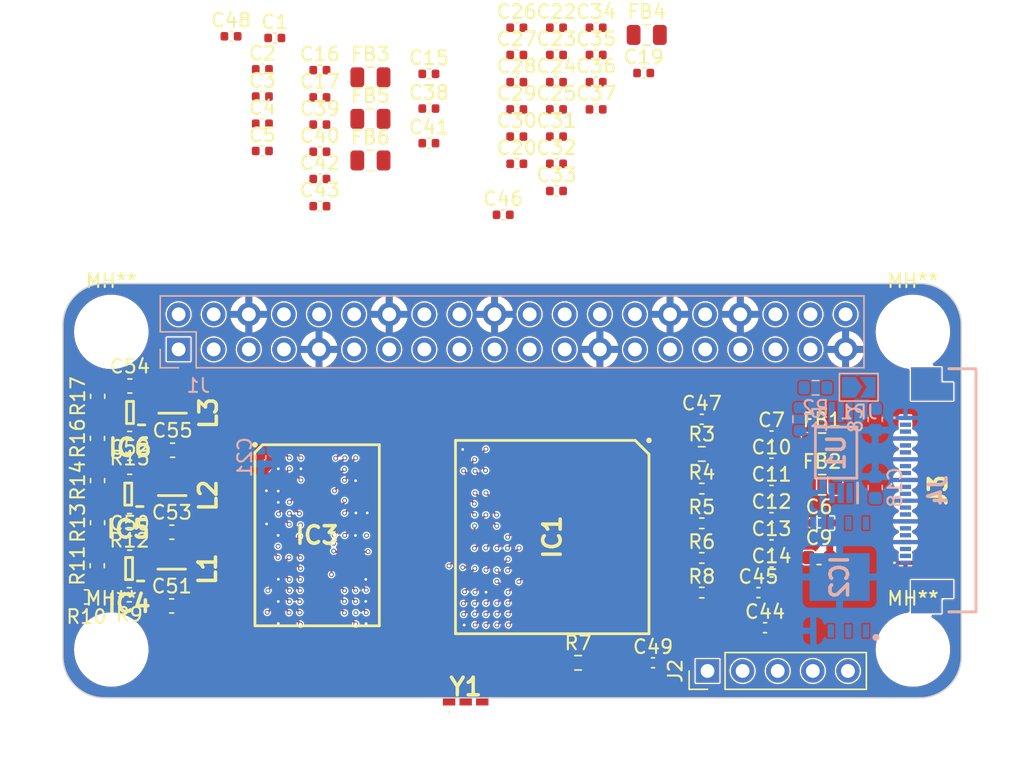
<source format=kicad_pcb>
(kicad_pcb (version 20221018) (generator pcbnew)
  (title_block (date "15 nov 2012"))
  (layers (0 "F.Cu" signal) (1 "In1.Cu" signal) (2 "In2.Cu" signal) (3 "In3.Cu" signal) (4 "In4.Cu" signal) (31 "B.Cu" signal) (34 "B.Paste" user) (35 "F.Paste" user) (36 "B.SilkS" user "B.Silkscreen") (37 "F.SilkS" user "F.Silkscreen") (38 "B.Mask" user) (39 "F.Mask" user) (44 "Edge.Cuts" user))
  (net 0 "")
  (net 1 "GND")
  (net 2 "/GPIO2{slash}SDA1")
  (net 3 "/GPIO3{slash}SCL1")
  (net 4 "/GPIO4{slash}GPCLK0")
  (net 5 "/GPIO14{slash}TXD0")
  (net 6 "/GPIO15{slash}RXD0")
  (net 7 "/GPIO17")
  (net 8 "/GPIO18{slash}PCM.CLK")
  (net 9 "/GPIO27")
  (net 10 "/GPIO22")
  (net 11 "/GPIO23")
  (net 12 "/GPIO26")
  (net 13 "/GPIO24")
  (net 14 "/GPIO10{slash}SPI0.MOSI")
  (net 15 "/GPIO9{slash}SPI0.MISO")
  (net 16 "/GPIO25")
  (net 17 "/GPIO11{slash}SPI0.SCLK")
  (net 18 "/GPIO8{slash}SPI0.CE0")
  (net 19 "/GPIO7{slash}SPI0.CE1")
  (net 20 "/ID_SDA")
  (net 21 "/ID_SCL")
  (net 22 "/GPIO5")
  (net 23 "/GPIO6")
  (net 24 "/GPIO12{slash}PWM0")
  (net 25 "/GPIO13{slash}PWM1")
  (net 26 "/GPIO19{slash}PCM.FS")
  (net 27 "/GPIO16")
  (net 28 "/GPIO20{slash}PCM.DIN")
  (net 29 "/GPIO21{slash}PCM.DOUT")
  (net 30 "+5V")
  (net 31 "+3V3")
  (net 32 "/DQU4")
  (net 33 "/DQU5")
  (net 34 "/DQU6")
  (net 35 "/DQU7")
  (net 36 "/DQL0")
  (net 37 "/DQL1")
  (net 38 "/DQL2")
  (net 39 "/DQL5")
  (net 40 "/DQU2")
  (net 41 "/DQU3")
  (net 42 "/DQL3")
  (net 43 "/DQL4")
  (net 44 "/DQL6")
  (net 45 "/DQL7")
  (net 46 "/DQU0")
  (net 47 "/DQU1")
  (net 48 "/A2")
  (net 49 "/A5")
  (net 50 "/A4")
  (net 51 "/A11")
  (net 52 "/BA2")
  (net 53 "/A6")
  (net 54 "/A8")
  (net 55 "/A1")
  (net 56 "/ODT")
  (net 57 "/A7")
  (net 58 "/RAS#")
  (net 59 "/A9")
  (net 60 "/CS#")
  (net 61 "/A0")
  (net 62 "/BA1")
  (net 63 "/A3")
  (net 64 "/BA0")
  (net 65 "/WE#")
  (net 66 "/A12")
  (net 67 "/A10")
  (net 68 "/CKE")
  (net 69 "/CAS#")
  (net 70 "/CLK_N")
  (net 71 "+1V8")
  (net 72 "Net-(IC4-SW)")
  (net 73 "Net-(IC4-FB)")
  (net 74 "Net-(IC4-PG)")
  (net 75 "+1V0")
  (net 76 "Net-(JP1-A)")
  (net 80 "+1V5")
  (net 81 "Net-(IC5-SW)")
  (net 82 "Net-(IC5-FB)")
  (net 83 "Net-(IC5-PG)")
  (net 84 "/CLK_P")
  (net 85 "/A13")
  (net 86 "/CSI2_D2_P")
  (net 87 "/CSI2_D0_P")
  (net 88 "/CSI2_CK_P")
  (net 89 "/CSI2_D1_P")
  (net 90 "/CSI2_D3_P")
  (net 91 "/CSI1_D3_P")
  (net 92 "/CSI1_D3_N")
  (net 93 "/CSI2_D2_N")
  (net 94 "/CSI2_D0_N")
  (net 95 "/CSI2_CK_N")
  (net 96 "/CSI2_D1_N")
  (net 97 "/CSI2_D3_N")
  (net 98 "/CSI1_D1_P")
  (net 99 "/CSI1_D1_N")
  (net 100 "/CSI1_CK_P")
  (net 101 "/CSI1_CK_N")
  (net 102 "/CSI1_D2_P")
  (net 103 "/CSI1_D2_N")
  (net 104 "/CSI1_D0_N")
  (net 105 "/CSI1_D0_P")
  (net 106 "/CSI1_SCL")
  (net 107 "/CSI1_SDA")
  (net 108 "/CSI2_SCL")
  (net 109 "/CSI2_SDA")
  (net 110 "/VCCADPHY")
  (net 111 "/VCCDPHY")
  (net 112 "/VCCPLLDPHY")
  (net 113 "/JTAG_TMS")
  (net 114 "/JTAG_TDO")
  (net 115 "/JTAG_TDI")
  (net 116 "/JTAG_TCK")
  (net 117 "/VCCDRAM")
  (net 118 "+3.3V")
  (net 125 "/VCCAUXA")
  (net 126 "/VCCAUX")
  (net 127 "Net-(Y1-SUPPLY_VOLTAGE_(VDD))")
  (net 128 "Net-(Y1-COMPLEMENTARY_OUTPUT)")
  (net 129 "Net-(Y1-OUTPUT)")
  (net 131 "/DQSL_N")
  (net 132 "/DQSL_P")
  (net 133 "/DQSU_N")
  (net 134 "/DQSU_P")
  (net 155 "Net-(IC1-JTAG_EN)")
  (net 279 "Net-(IC6-SW)")
  (net 280 "Net-(IC6-FB)")
  (net 281 "Net-(IC6-PG)")
  (net 293 "unconnected-(IC1-PB60A-PadR12)")
  (footprint "Capacitor_SMD:C_0603_1608Metric" (layer "F.Cu") (at 102.482183 90.428479 90)
    (fp_text reference "R11")
    (fp_text value "499k")
  )
  (footprint "Capacitor_SMD:C_0402_1005Metric" (layer "F.Cu") (at 135.71 53.45)
    (fp_text reference "C23")
    (fp_text value "100n")
  )
  (footprint "Capacitor_SMD:C_0603_1608Metric" (layer "F.Cu") (at 104.826296 88.793387)
    (fp_text reference "C50")
    (fp_text value "4u7")
  )
  (footprint "Capacitor_SMD:C_0402_1005Metric" (layer "F.Cu") (at 118.59 62.43)
    (fp_text reference "C42")
    (fp_text value "100n")
  )
  (footprint "Connector_PinHeader_2.54mm:PinHeader_1x05_P2.54mm_Vertical" (layer "F.Cu") (at 146.639706 98.05035 90)
    (fp_text reference "J2")
    (fp_text value "Conn_01x05_Pin")
  )
  (footprint "Capacitor_SMD:C_0603_1608Metric" (layer "F.Cu") (at 104.842558 77.42149)
    (fp_text reference "C54")
    (fp_text value "4u7")
  )
  (footprint "Capacitor_SMD:C_0402_1005Metric" (layer "F.Cu") (at 114.43 58.43)
    (fp_text reference "C4")
    (fp_text value "100n")
  )
  (footprint "Capacitor_SMD:C_0402_1005Metric" (layer "F.Cu") (at 126.48 54.82)
    (fp_text reference "C15")
    (fp_text value "10u")
  )
  (footprint "Capacitor_SMD:C_0402_1005Metric" (layer "F.Cu") (at 114.43 56.46)
    (fp_text reference "C3")
    (fp_text value "100n")
  )
  (footprint "Capacitor_SMD:C_0402_1005Metric" (layer "F.Cu") (at 118.59 54.55)
    (fp_text reference "C16")
    (fp_text value "100n")
  )
  (footprint "Resistor_SMD:R_0603_1608Metric" (layer "F.Cu") (at 137.275 97.46)
    (fp_text reference "R7")
    (fp_text value "100")
  )
  (footprint "Capacitor_SMD:C_0402_1005Metric" (layer "F.Cu") (at 132.84 59.36)
    (fp_text reference "C30")
    (fp_text value "100n")
  )
  (footprint "Resistor_SMD:R_0603_1608Metric" (layer "F.Cu") (at 146.223572 82.34)
    (fp_text reference "R3")
    (fp_text value "1k")
  )
  (footprint "Component:BGA256C80P16X16_1400X1400X170" (layer "F.Cu") (at 135.404057 88.356632 -90)
    (fp_text reference "IC1")
    (fp_text value "LIFCL-40-7BG256C" hide)
  )
  (footprint "Capacitor_SMD:C_0402_1005Metric" (layer "F.Cu") (at 115.33 52.22)
    (fp_text reference "C1")
    (fp_text value "10u")
  )
  (footprint "Capacitor_SMD:C_0603_1608Metric" (layer "F.Cu") (at 104.828086 81.216128 180)
    (fp_text reference "R15")
    (fp_text value "200k")
  )
  (footprint "Capacitor_SMD:C_0402_1005Metric" (layer "F.Cu") (at 135.71 51.48)
    (fp_text reference "C22")
    (fp_text value "100n")
  )
  (footprint "Capacitor_SMD:C_0402_1005Metric" (layer "F.Cu") (at 142.7 97.46)
    (fp_text reference "C49")
    (fp_text value "100n")
  )
  (footprint "Component:MountingHole_2.7mm" (layer "F.Cu") (at 103.5 96.5)
    (fp_text reference "MH**")
    (fp_text value "MountingHole_2.7mm")
  )
  (footprint "Component:DFE2HCAH1R0MJ0L" (layer "F.Cu") (at 107.931881 79.386357 -90)
    (fp_text reference "L3")
    (fp_text value "1u" hide)
  )
  (footprint "Capacitor_SMD:C_0402_1005Metric" (layer "F.Cu") (at 114.43 54.49)
    (fp_text reference "C2")
    (fp_text value "100n")
  )
  (footprint "Capacitor_SMD:C_0603_1608Metric" (layer "F.Cu") (at 107.881584 88.004057)
    (fp_text reference "C53")
    (fp_text value "47u")
  )
  (footprint "Capacitor_SMD:C_0402_1005Metric" (layer "F.Cu") (at 151.27 86.95)
    (fp_text reference "C12")
    (fp_text value "100n")
  )
  (footprint "Capacitor_SMD:C_0402_1005Metric" (layer "F.Cu") (at 138.58 51.48)
    (fp_text reference "C34")
    (fp_text value "100n")
  )
  (footprint "Capacitor_SMD:C_0603_1608Metric" (layer "F.Cu") (at 102.506468 87.320984 90)
    (fp_text reference "R13")
    (fp_text value "100k")
  )
  (footprint "Component:MountingHole_2.7mm" (layer "F.Cu") (at 161.5 96.5)
    (fp_text reference "MH**")
    (fp_text value "MountingHole_2.7mm")
  )
  (footprint "Capacitor_SMD:C_0603_1608Metric" (layer "F.Cu") (at 104.802541 92.534733 180)
    (fp_text reference "R9")
    (fp_text value "150k")
  )
  (footprint "Resistor_SMD:R_0402_1005Metric" (layer "F.Cu") (at 146.223572 89.87)
    (fp_text reference "R6")
    (fp_text value "4k7")
  )
  (footprint "Capacitor_SMD:C_0603_1608Metric" (layer "F.Cu") (at 104.815502 87.166724 180)
    (fp_text reference "R12")
    (fp_text value "68k")
  )
  (footprint "Capacitor_SMD:C_0603_1608Metric" (layer "F.Cu") (at 104.828086 83.303862)
    (fp_text reference "C52")
    (fp_text value "4u7")
  )
  (footprint "Capacitor_SMD:C_0402_1005Metric" (layer "F.Cu") (at 150.32 92.38)
    (fp_text reference "C45")
    (fp_text value "100n")
  )
  (footprint "Capacitor_SMD:C_0402_1005Metric" (layer "F.Cu") (at 154.71 87.33)
    (fp_text reference "C6")
    (fp_text value "10u")
  )
  (footprint "Capacitor_SMD:C_0402_1005Metric" (layer "F.Cu") (at 135.71 59.36)
    (fp_text reference "C31")
    (fp_text value "100n")
  )
  (footprint "Capacitor_SMD:C_0603_1608Metric" (layer "F.Cu") (at 107.932053 82.070743)
    (fp_text reference "C55")
    (fp_text value "22u")
  )
  (footprint "Capacitor_SMD:C_0402_1005Metric" (layer "F.Cu") (at 131.8542 65.0242)
    (fp_text reference "C46")
    (fp_text value "100n")
  )
  (footprint "Capacitor_SMD:C_0402_1005Metric" (layer "F.Cu") (at 146.223572 79.83)
    (fp_text reference "C47")
    (fp_text value "10u")
  )
  (footprint "Capacitor_SMD:C_0402_1005Metric" (layer "F.Cu") (at 135.71 63.3)
    (fp_text reference "C33")
    (fp_text value "100n")
  )
  (footprint "Capacitor_SMD:C_0402_1005Metric" (layer "F.Cu") (at 118.59 64.4)
    (fp_text reference "C43")
    (fp_text value "100n")
  )
  (footprint "Capacitor_SMD:C_0402_1005Metric" (layer "F.Cu") (at 150.8 94.92)
    (fp_text reference "C44")
    (fp_text value "10u")
  )
  (footprint "Resistor_SMD:R_0402_1005Metric" (layer "F.Cu") (at 146.223572 84.85)
    (fp_text reference "R4")
    (fp_text value "4k7")
  )
  (footprint "Resistor_SMD:R_0402_1005Metric" (layer "F.Cu") (at 146.223572 92.38)
    (fp_text reference "R8")
    (fp_text value "2k2")
  )
  (footprint "Component:SOTFL50P160X60-6N" (layer "F.Cu") (at 104.853363 79.333819 180)
    (fp_text reference "IC6")
    (fp_text value "TPS62A01DRLR" hide)
  )
  (footprint "Capacitor_SMD:C_0402_1005Metric" (layer "F.Cu") (at 135.71 55.42)
    (fp_text reference "C24")
    (fp_text value "100n")
  )
  (footprint "Capacitor_SMD:C_0402_1005Metric" (layer "F.Cu") (at 132.84 57.39)
    (fp_text reference "C29")
    (fp_text value "100n")
  )
  (footprint "Resistor_SMD:R_0402_1005Metric" (layer "F.Cu") (at 146.223572 87.36)
    (fp_text reference "R5")
    (fp_text value "4k7")
  )
  (footprint "Capacitor_SMD:C_0402_1005Metric" (layer "F.Cu") (at 138.58 53.45)
    (fp_text reference "C35")
    (fp_text value "100n")
  )
  (footprint "Capacitor_SMD:C_0603_1608Metric" (layer "F.Cu") (at 102.512842 78.168856 90)
    (fp_text reference "R17")
    (fp_text value "499k")
  )
  (footprint "Capacitor_SMD:C_0402_1005Metric" (layer "F.Cu") (at 151.27 83.01)
    (fp_text reference "C10")
    (fp_text value "100n")
  )
  (footprint "Capacitor_SMD:C_0603_1608Metric" (layer "F.Cu") (at 154.71 89.84)
    (fp_text reference "C9")
    (fp_text value "10u")
  )
  (footprint "Capacitor_SMD:C_0402_1005Metric" (layer "F.Cu") (at 142.02 54.76)
    (fp_text reference "C19")
    (fp_text value "10u")
  )
  (footprint "Capacitor_SMD:C_0402_1005Metric" (layer "F.Cu") (at 112.162382 52.1)
    (fp_text reference "C48")
    (fp_text value "100n")
  )
  (footprint "Capacitor_SMD:C_0805_2012Metric" (layer "F.Cu") (at 122.25 61.09)
    (fp_text reference "FB6")
    (fp_text value "FerriteBead_Small")
  )
  (footprint "Capacitor_SMD:C_0805_2012Metric" (layer "F.Cu") (at 154.93 84.57)
    (fp_text reference "FB2")
    (fp_text value "FerriteBead_Small")
  )
  (footprint "Capacitor_SMD:C_0603_1608Metric" (layer "F.Cu") (at 102.497446 81.213322 90)
    (fp_text reference "R16")
    (fp_text value "100k")
  )
  (footprint "Capacitor_SMD:C_0402_1005Metric" (layer "F.Cu") (at 132.84 61.33)
    (fp_text reference "C20")
    (fp_text value "100n")
  )
  (footprint "Capacitor_SMD:C_0805_2012Metric" (layer "F.Cu") (at 142.24 52)
    (fp_text reference "FB4")
    (fp_text value "FerriteBead_Small")
  )
  (footprint "Component:MountingHole_2.7mm" (layer "F.Cu") (at 103.5 73.5)
    (fp_text reference "MH**")
    (fp_text value "MountingHole_2.7mm")
  )
  (footprint "Capacitor_SMD:C_0402_1005Metric" (layer "F.Cu") (at 132.84 55.42)
    (fp_text reference "C28")
    (fp_text value "100n")
  )
  (footprint "Capacitor_SMD:C_0402_1005Metric" (layer "F.Cu") (at 151.27 84.98)
    (fp_text reference "C11")
    (fp_text value "100n")
  )
  (footprint "Capacitor_SMD:C_0603_1608Metric" (layer "F.Cu") (at 102.506468 84.266463 90)
    (fp_text reference "R14")
    (fp_text value "499k")
  )
  (footprint "Component:DFE2HCAH1R0MJ0L" (layer "F.Cu") (at 107.869966 90.678926 -90)
    (fp_text reference "L1")
    (fp_text value "1u" hide)
  )
  (footprint "Component:AK3ADDF11562500T3" (layer "F.Cu") (at 129.14 99.2)
    (fp_text reference "Y1")
    (fp_text value "AK3ADDF1-156.2500T3" hide)
  )
  (footprint "Capacitor_SMD:C_0402_1005Metric" (layer "F.Cu") (at 151.27 90.89)
    (fp_text reference "C14")
    (fp_text value "100n")
  )
  (footprint "Capacitor_SMD:C_0402_1005Metric" (layer "F.Cu") (at 135.71 61.33)
    (fp_text reference "C32")
    (fp_text value "100n")
  )
  (footprint "Capacitor_SMD:C_0402_1005Metric" (layer "F.Cu") (at 138.58 57.39)
    (fp_text reference "C37")
    (fp_text value "100n")
  )
  (footprint "Capacitor_SMD:C_0805_2012Metric" (layer "F.Cu") (at 154.93 81.56)
    (fp_text reference "FB1")
    (fp_text value "FerriteBead_Small")
  )
  (footprint "Capacitor_SMD:C_0402_1005Metric" (layer "F.Cu") (at 118.59 58.49)
    (fp_text reference "C39")
    (fp_text value "100n")
  )
  (footprint "Component:MountingHole_2.7mm" (layer "F.Cu") (at 161.5 73.5)
    (fp_text reference "MH**")
    (fp_text value "MountingHole_2.7mm")
  )
  (footprint "Capacitor_SMD:C_0402_1005Metric" (layer "F.Cu") (at 151.27 88.92)
    (fp_text reference "C13")
    (fp_text value "100n")
  )
  (footprint "Capacitor_SMD:C_0402_1005Metric" (layer "F.Cu") (at 132.84 51.48)
    (fp_text reference "C26")
    (fp_text value "100n")
  )
  (footprint "Capacitor_SMD:C_0402_1005Metric" (layer "F.Cu") (at 126.48 59.84)
    (fp_text reference "C41")
    (fp_text value "2u2")
  )
  (footprint "Capacitor_SMD:C_0402_1005Metric" (layer "F.Cu") (at 118.59 56.52)
    (fp_text reference "C17")
    (fp_text value "100n")
  )
  (footprint "Component:SOTFL50P160X60-6N" (layer "F.Cu") (at 104.726047 85.244463 180)
    (fp_text reference "IC5")
    (fp_text value "TPS62A01DRLR" hide)
  )
  (footprint "Capacitor_SMD:C_0402_1005Metric" (layer "F.Cu") (at 151.27 81.04)
    (fp_text reference "C7")
    (fp_text value "100n")
  )
  (footprint "Capacitor_SMD:C_0402_1005Metric" (layer "F.Cu") (at 138.58 55.42)
    (fp_text reference "C36")
    (fp_text value "100n")
  )
  (footprint "Capacitor_SMD:C_0603_1608Metric" (layer "F.Cu") (at 107.869966 93.344024)
    (fp_text reference "C51")
    (fp_text value "22u")
  )
  (footprint "Component:SOTFL50P160X60-6N" (layer "F.Cu") (at 104.784074 90.635521 180)
    (fp_text reference "IC4")
    (fp_text value "TPS62A01DRLR" hide)
  )
  (footprint "Capacitor_SMD:C_0805_2012Metric" (layer "F.Cu") (at 122.25 55.07)
    (fp_text reference "FB3")
    (fp_text value "FerriteBead_Small")
  )
  (footprint "Capacitor_SMD:C_0402_1005Metric" (layer "F.Cu") (at 135.71 57.39)
    (fp_text reference "C25")
    (fp_text value "100n")
  )
  (footprint "Capacitor_SMD:C_0402_1005Metric" (layer "F.Cu") (at 132.84 53.45)
    (fp_text reference "C27")
    (fp_text value "100n")
  )
  (footprint "Capacitor_SMD:C_0402_1005Metric" (layer "F.Cu") (at 114.43 60.4)
    (fp_text reference "C5")
    (fp_text value "100n")
  )
  (footprint "Capacitor_SMD:C_0402_1005Metric" (layer "F.Cu") (at 126.48 57.33)
    (fp_text reference "C38")
    (fp_text value "10u")
  )
  (footprint "Capacitor_SMD:C_0402_1005Metric" (layer "F.Cu") (at 118.59 60.46)
    (fp_text reference "C40")
    (fp_text value "100n")
  )
  (footprint "Component:524352271" (layer "F.Cu") (at 163.51 84.97 90)
    (fp_text reference "J3")
    (fp_text value "52435-2271" hide)
  )
  (footprint "Component:BGA96C80P9X16_900X1300X120" (layer "F.Cu") (at 118.392592 88.227478)
    (fp_text reference "IC3")
    (fp_text value "IS46TR16128D-125KBLA2" hide)
  )
  (footprint "Capacitor_SMD:C_0805_2012Metric" (layer "F.Cu") (at 122.25 58.08)
    (fp_text reference "FB5")
    (fp_text value "FerriteBead_Small")
  )
  (footprint "Component:DFE2HCAH1R0MJ0L" (layer "F.Cu") (at 107.907497 85.353072 -90)
    (fp_text reference "L2")
    (fp_text value "1u" hide)
  )
  (footprint "Capacitor_SMD:C_0603_1608Metric" (layer "F.Cu") (at 101.700539 92.692678 180)
    (fp_text reference "R10")
    (fp_text value "100k")
  )
  (footprint "Connector_PinSocket_2.54mm:PinSocket_2x20_P2.54mm_Vertical" (layer "B.Cu") (at 108.37 74.77 -90)
    (fp_text reference "J1")
    (fp_text value "GPIO")
  )
  (footprint "Capacitor_SMD:C_0603_1608Metric" (layer "B.Cu") (at 158.773152 84.76 90)
    (fp_text reference "C18")
    (fp_text value "100n")
  )
  (footprint "Jumper:SolderJumper-2_P1.3mm_Open_TrianglePad1.0x1.5mm" (layer "B.Cu") (at 157.579845 77.512561)
    (fp_text reference "JP1")
    (fp_text value "ID_WP")
  )
  (footprint "Capacitor_SMD:C_0603_1608Metric" (layer "B.Cu") (at 158.773152 79.841797 -90)
    (fp_text reference "C8")
    (fp_text value "100n")
  )
  (footprint "Component:SOP65P640X120-8N" (layer "B.Cu") (at 155.944494 82.243068 90)
    (fp_text reference "U1")
    (fp_text value "CAT24C256" hide)
  )
  (footprint "Component:524352271" (layer "B.Cu") (at 163.5154 84.976 -90)
    (fp_text reference "J4")
    (fp_text value "52435-2271" hide)
  )
  (footprint "Component:SON127P800X600X80-9N-D" (layer "B.Cu") (at 156.194062 91.248173 90)
    (fp_text reference "IC2")
    (fp_text value "W25R256JVEIQ" hide)
  )
  (footprint "Resistor_SMD:R_0603_1608Metric" (layer "B.Cu") (at 153.34 79.821941 90)
    (fp_text reference "R1")
    (fp_text value "3.9k")
  )
  (footprint "Resistor_SMD:R_0603_1608Metric" (layer "B.Cu") (at 154.45656 77.549204)
    (fp_text reference "R2")
    (fp_text value "3.9k")
  )
  (footprint "Capacitor_SMD:C_0402_1005Metric" (layer "B.Cu") (at 114.321656 82.576203 -90)
    (fp_text reference "C21")
    (fp_text value "100n")
  )
  (gr_arc (start 162 70) (mid 164.12132 70.87868) (end 165 73) (stroke (width 0.1)) (layer "Edge.Cuts"))
  (gr_line (start 165 97) (end 165 73) (stroke (width 0.1)) (layer "Edge.Cuts"))
  (gr_line (start 100 73) (end 100 97) (stroke (width 0.1)) (layer "Edge.Cuts"))
  (gr_arc (start 103 100) (mid 100.87868 99.12132) (end 100 97) (stroke (width 0.1)) (layer "Edge.Cuts"))
  (gr_line (start 103 100) (end 162 100) (stroke (width 0.1)) (layer "Edge.Cuts"))
  (gr_arc (start 165 97) (mid 164.12132 99.12132) (end 162 100) (stroke (width 0.1)) (layer "Edge.Cuts"))
  (gr_arc (start 100 73) (mid 100.87868 70.87868) (end 103 70) (stroke (width 0.1)) (layer "Edge.Cuts"))
  (gr_line (start 162 70) (end 103 70) (stroke (width 0.1)) (layer "Edge.Cuts"))
  (segment (start 120.792592 88.617845) (end 121.166927 88.24351) (width 0.15) (layer "F.Cu") (net 1))
  (segment (start 115.584384 91.413307) (end 115.578421 91.413307) (width 0.15) (layer "F.Cu") (net 1))
  (segment (start 115.192592 84.627478) (end 115.097889 84.627478) (width 0.15) (layer "F.Cu") (net 1))
  (segment (start 114.737371 87.407865) (end 114.812205 87.407865) (width 0.15) (layer "F.Cu") (net 1))
  (segment (start 115.578342 93.020434) (end 115.578342 93.013228) (width 0.15) (layer "F.Cu") (net 1))
  (segment (start 121.196904 86.611902) (end 121.196904 86.63179) (width 0.15) (layer "F.Cu") (net 1))
  (segment (start 121.196904 86.623166) (end 120.792592 87.027478) (width 0.15) (layer "F.Cu") (net 1))
  (segment (start 121.196904 86.63179) (end 121.592592 87.027478) (width 0.15) (layer "F.Cu") (net 1))
  (segment (start 121.931931 94.566817) (end 121.592592 94.227478) (width 0.15) (layer "F.Cu") (net 1))
  (segment (start 121.910181 93.013198) (end 121.910181 92.945067) (width 0.15) (layer "F.Cu") (net 1))
  (segment (start 121.931931 94.622741) (end 121.931931 94.566817) (width 0.15) (layer "F.Cu") (net 1))
  (segment (start 121.910181 91.418154) (end 121.910181 91.345067) (width 0.15) (layer "F.Cu") (net 1))
  (segment (start 115.576812 85.02945) (end 115.594564 85.02945) (width 0.15) (layer "F.Cu") (net 1))
  (segment (start 130.6125 92.348189) (end 131.004057 91.956632) (width 0.15) (layer "F.Cu") (net 1))
  (segment (start 115.602057 88.236943) (end 115.992592 88.627478) (width 0.15) (layer "F.Cu") (net 1))
  (segment (start 120.792592 88.627478) (end 120.792592 88.617845) (width 0.15) (layer "F.Cu") (net 1))
  (segment (start 115.097889 84.627478) (end 114.721826 85.003541) (width 0.15) (layer "F.Cu") (net 1))
  (segment (start 121.910181 91.345067) (end 121.592592 91.027478) (width 0.15) (layer "F.Cu") (net 1))
  (segment (start 128.924529 82.01273) (end 129.060155 82.01273) (width 0.15) (layer "F.Cu") (net 1))
  (segment (start 115.192592 85.41367) (end 115.576812 85.02945) (width 0.15) (layer "F.Cu") (net 1))
  (segment (start 129.0322 94.728489) (end 129.404057 94.356632) (width 0.15) (layer "F.Cu") (net 1))
  (segment (start 115.577576 85.842494) (end 115.992592 85.427478) (width 0.15) (layer "F.Cu") (net 1))
  (segment (start 122.019264 86.607706) (end 121.639036 86.227478) (width 0.15) (layer "F.Cu") (net 1))
  (segment (start 115.192592 85.427478) (end 115.192592 85.41367) (width 0.15) (layer "F.Cu") (net 1))
  (segment (start 129.060155 82.01273) (end 129.404057 82.356632) (width 0.15) (layer "F.Cu") (net 1))
  (segment (start 115.584384 94.61927) (end 115.192592 94.227478) (width 0.15) (layer "F.Cu") (net 1))
  (segment (start 121.639036 86.227478) (end 121.592592 86.227478) (width 0.15) (layer "F.Cu") (net 1))
  (segment (start 115.578421 91.413307) (end 115.192592 91.027478) (width 0.15) (layer "F.Cu") (net 1))
  (segment (start 115.578342 93.013228) (end 115.192592 92.627478) (width 0.15) (layer "F.Cu") (net 1))
  (segment (start 121.196904 86.611902) (end 121.196904 86.623166) (width 0.15) (layer "F.Cu") (net 1))
  (segment (start 115.57163 88.236943) (end 115.602057 88.236943) (width 0.15) (layer "F.Cu") (net 1))
  (segment (start 115.577335 85.842494) (end 115.577576 85.842494) (width 0.15) (layer "F.Cu") (net 1))
  (segment (start 121.910181 92.945067) (end 121.592592 92.627478) (width 0.15) (layer "F.Cu") (net 1))
  (segment (start 114.812205 87.407865) (end 115.192592 87.027478) (width 0.15) (layer "F.Cu") (net 1))
  (segment (start 115.577863 83.412749) (end 115.192592 83.027478) (width 0.15) (layer "F.Cu") (net 1))
  (segment (start 115.581994 83.412749) (end 115.577863 83.412749) (width 0.15) (layer "F.Cu") (net 1))
  (via (at 121.179163 84.273793) (size 0.35) (drill 0.2) (layers "F.Cu" "B.Cu") (net 1))
  (via (at 114.721826 85.003541) (size 0.35) (drill 0.2) (layers "F.Cu" "B.Cu") (net 1))
  (via (at 114.737371 87.407865) (size 0.35) (drill 0.2) (layers "F.Cu" "B.Cu") (net 1))
  (via (at 121.166927 88.24351) (size 0.35) (drill 0.2) (layers "F.Cu" "B.Cu") (net 1))
  (via (at 129.0322 94.728489) (size 0.35) (drill 0.2) (layers "F.Cu" "B.Cu") (net 1))
  (via (at 121.910181 93.013198) (size 0.35) (drill 0.2) (layers "F.Cu" "B.Cu") (net 1))
  (via (at 115.584384 91.413307) (size 0.35) (drill 0.2) (layers "F.Cu" "B.Cu") (net 1))
  (via (at 122.019264 86.607706) (size 0.35) (drill 0.2) (layers "F.Cu" "B.Cu") (net 1))
  (via (at 115.577335 85.842494) (size 0.35) (drill 0.2) (layers "F.Cu" "B.Cu") (net 1))
  (via (at 115.57163 88.236943) (size 0.35) (drill 0.2) (layers "F.Cu" "B.Cu") (net 1))
  (via (at 128.924529 82.01273) (size 0.35) (drill 0.2) (layers "F.Cu" "B.Cu") (net 1))
  (via (at 130.6125 92.348189) (size 0.35) (drill 0.2) (layers "F.Cu" "B.Cu") (net 1))
  (via (at 117.2212 83.4138) (size 0.35) (drill 0.2) (layers "F.Cu" "B.Cu") (net 1))
  (via (at 115.581994 83.412749) (size 0.35) (drill 0.2) (layers "F.Cu" "B.Cu") (net 1))
  (via (at 121.931931 94.622741) (size 0.35) (drill 0.2) (layers "F.Cu" "B.Cu") (net 1))
  (via (at 121.910181 91.418154) (size 0.35) (drill 0.2) (layers "F.Cu" "B.Cu") (net 1))
  (via (at 115.576812 85.02945) (size 0.35) (drill 0.2) (layers "F.Cu" "B.Cu") (net 1))
  (via (at 121.196904 86.611902) (size 0.35) (drill 0.2) (layers "F.Cu" "B.Cu") (net 1))
  (via (at 115.578342 93.020434) (size 0.35) (drill 0.2) (layers "F.Cu" "B.Cu") (net 1))
  (via (at 115.584384 94.61927) (size 0.35) (drill 0.2) (layers "F.Cu" "B.Cu") (net 1))
  (segment (start 129.8196 83.5916) (end 129.839025 83.5916) (width 0.15) (layer "F.Cu") (net 32))
  (segment (start 119.992592 82.388829) (end 119.733291 82.64813) (width 0.15) (layer "F.Cu") (net 32))
  (segment (start 129.839025 83.5916) (end 130.204057 83.956632) (width 0.15) (layer "F.Cu") (net 32))
  (segment (start 119.992592 82.227478) (end 119.992592 82.388829) (width 0.15) (layer "F.Cu") (net 32))
  (via (at 129.8196 83.5916) (size 0.35) (drill 0.2) (layers "F.Cu" "B.Cu") (net 32))
  (via (at 119.733291 82.64813) (size 0.35) (drill 0.2) (layers "F.Cu" "B.Cu") (net 32))
  (segment (start 115.992592 82.235992) (end 116.383 82.6264) (width 0.15) (layer "F.Cu") (net 33))
  (segment (start 115.992592 82.227478) (end 115.992592 82.235992) (width 0.15) (layer "F.Cu") (net 33))
  (segment (start 130.5816 83.534175) (end 130.204057 83.156632) (width 0.15) (layer "F.Cu") (net 33))
  (segment (start 130.5816 83.5408) (end 130.5816 83.534175) (width 0.15) (layer "F.Cu") (net 33))
  (via (at 116.383 82.6264) (size 0.35) (drill 0.2) (layers "F.Cu" "B.Cu") (net 33))
  (via (at 130.5816 83.5408) (size 0.35) (drill 0.2) (layers "F.Cu" "B.Cu") (net 33))
  (segment (start 130.599387 86.755296) (end 130.599387 86.761302) (width 0.15) (layer "F.Cu") (net 34))
  (segment (start 120.792592 83.027478) (end 120.792592 83.017408) (width 0.15) (layer "F.Cu") (net 34))
  (segment (start 120.792592 83.017408) (end 121.1836 82.6264) (width 0.15) (layer "F.Cu") (net 34))
  (segment (start 130.599387 86.761302) (end 130.204057 87.156632) (width 0.15) (layer "F.Cu") (net 34))
  (via (at 121.1836 82.6264) (size 0.35) (drill 0.2) (layers "F.Cu" "B.Cu") (net 34))
  (via (at 130.599387 86.755296) (size 0.35) (drill 0.2) (layers "F.Cu" "B.Cu") (net 34))
  (segment (start 116.822278 82.227478) (end 117.2212 82.6264) (width 0.15) (layer "F.Cu") (net 35))
  (segment (start 116.792592 82.227478) (end 116.822278 82.227478) (width 0.15) (layer "F.Cu") (net 35))
  (segment (start 129.404057 83.156632) (end 129.404057 83.143543) (width 0.15) (layer "F.Cu") (net 35))
  (segment (start 129.404057 83.143543) (end 129.7942 82.7534) (width 0.15) (layer "F.Cu") (net 35))
  (via (at 117.2212 82.6264) (size 0.35) (drill 0.2) (layers "F.Cu" "B.Cu") (net 35))
  (via (at 129.7942 82.7534) (size 0.35) (drill 0.2) (layers "F.Cu" "B.Cu") (net 35))
  (segment (start 129.77673 87.546506) (end 129.784057 87.553833) (width 0.15) (layer "F.Cu") (net 36))
  (segment (start 116.387947 85.829821) (end 116.390249 85.829821) (width 0.15) (layer "F.Cu") (net 36))
  (segment (start 129.784057 87.553833) (end 129.784057 88.376632) (width 0.15) (layer "F.Cu") (net 36))
  (segment (start 129.784057 88.376632) (end 129.404057 88.756632) (width 0.15) (layer "F.Cu") (net 36))
  (segment (start 116.390249 85.829821) (end 116.792592 85.427478) (width 0.15) (layer "F.Cu") (net 36))
  (via (at 116.387947 85.829821) (size 0.35) (drill 0.2) (layers "F.Cu" "B.Cu") (net 36))
  (via (at 129.77673 87.546506) (size 0.35) (drill 0.2) (layers "F.Cu" "B.Cu") (net 36))
  (segment (start 131.004057 86.383298) (end 131.377864 86.757105) (width 0.15) (layer "F.Cu") (net 37))
  (segment (start 120.382678 85.709142) (end 120.382678 85.837392) (width 0.15) (layer "F.Cu") (net 37))
  (segment (start 120.382678 85.837392) (end 119.992592 86.227478) (width 0.15) (layer "F.Cu") (net 37))
  (segment (start 131.004057 86.356632) (end 131.004057 86.383298) (width 0.15) (layer "F.Cu") (net 37))
  (via (at 120.382678 85.709142) (size 0.35) (drill 0.2) (layers "F.Cu" "B.Cu") (net 37))
  (via (at 131.377864 86.757105) (size 0.35) (drill 0.2) (layers "F.Cu" "B.Cu") (net 37))
  (segment (start 115.597474 86.690782) (end 115.597474 86.622596) (width 0.15) (layer "F.Cu") (net 38))
  (segment (start 128.841289 90.1194) (end 129.404057 89.556632) (width 0.15) (layer "F.Cu") (net 38))
  (segment (start 128.2641 90.1194) (end 128.841289 90.1194) (width 0.15) (layer "F.Cu") (net 38))
  (segment (start 115.597474 86.622596) (end 115.992592 86.227478) (width 0.15) (layer "F.Cu") (net 38))
  (segment (start 127.94 90.4435) (end 128.2641 90.1194) (width 0.15) (layer "F.Cu") (net 38))
  (via (at 115.597474 86.690782) (size 0.35) (drill 0.2) (layers "F.Cu" "B.Cu") (net 38))
  (via (at 127.94 90.4435) (size 0.35) (drill 0.2) (layers "F.Cu" "B.Cu") (net 38))
  (segment (start 129.770224 89.168685) (end 129.792004 89.168685) (width 0.15) (layer "F.Cu") (net 39))
  (segment (start 120.387789 88.232281) (end 120.792592 87.827478) (width 0.15) (layer "F.Cu") (net 39))
  (segment (start 129.792004 89.168685) (end 130.204057 88.756632) (width 0.15) (layer "F.Cu") (net 39))
  (segment (start 120.387789 88.234758) (end 120.387789 88.232281) (width 0.15) (layer "F.Cu") (net 39))
  (via (at 129.770224 89.168685) (size 0.35) (drill 0.2) (layers "F.Cu" "B.Cu") (net 39))
  (via (at 120.387789 88.234758) (size 0.35) (drill 0.2) (layers "F.Cu" "B.Cu") (net 39))
  (segment (start 120.368725 84.237681) (end 120.382389 84.237681) (width 0.15) (layer "F.Cu") (net 40))
  (segment (start 129.7688 85.9538) (end 129.7688 85.921375) (width 0.15) (layer "F.Cu") (net 40))
  (segment (start 120.382389 84.237681) (end 120.792592 83.827478) (width 0.15) (layer "F.Cu") (net 40))
  (segment (start 129.7688 85.921375) (end 129.404057 85.556632) (width 0.15) (layer "F.Cu") (net 40))
  (via (at 120.368725 84.237681) (size 0.35) (drill 0.2) (layers "F.Cu" "B.Cu") (net 40))
  (via (at 129.7688 85.9538) (size 0.35) (drill 0.2) (layers "F.Cu" "B.Cu") (net 40))
  (segment (start 130.607 81.986821) (end 130.237189 82.356632) (width 0.15) (layer "F.Cu") (net 41))
  (segment (start 116.383 83.43707) (end 115.992592 83.827478) (width 0.15) (layer "F.Cu") (net 41))
  (segment (start 116.383 83.4138) (end 116.383 83.43707) (width 0.15) (layer "F.Cu") (net 41))
  (segment (start 130.237189 82.356632) (end 130.204057 82.356632) (width 0.15) (layer "F.Cu") (net 41))
  (via (at 130.607 81.986821) (size 0.35) (drill 0.2) (layers "F.Cu" "B.Cu") (net 41))
  (via (at 116.383 83.4138) (size 0.35) (drill 0.2) (layers "F.Cu" "B.Cu") (net 41))
  (segment (start 131.004057 87.17676) (end 131.388304 87.561007) (width 0.15) (layer "F.Cu") (net 42))
  (segment (start 120.792592 86.227478) (end 120.769004 86.227478) (width 0.15) (layer "F.Cu") (net 42))
  (segment (start 131.004057 87.156632) (end 131.004057 87.17676) (width 0.15) (layer "F.Cu") (net 42))
  (segment (start 120.769004 86.227478) (end 120.378001 86.618481) (width 0.15) (layer "F.Cu") (net 42))
  (via (at 131.388304 87.561007) (size 0.35) (drill 0.2) (layers "F.Cu" "B.Cu") (net 42))
  (via (at 120.378001 86.618481) (size 0.35) (drill 0.2) (layers "F.Cu" "B.Cu") (net 42))
  (segment (start 131.804057 88.764665) (end 131.397166 89.171556) (width 0.15) (layer "F.Cu") (net 43))
  (segment (start 116.792592 87.827478) (end 116.844698 87.827478) (width 0.15) (layer "F.Cu") (net 43))
  (segment (start 116.844698 87.827478) (end 117.195956 87.47622) (width 0.15) (layer "F.Cu") (net 43))
  (segment (start 131.804057 88.756632) (end 131.804057 88.764665) (width 0.15) (layer "F.Cu") (net 43))
  (via (at 117.195956 87.47622) (size 0.35) (drill 0.2) (layers "F.Cu" "B.Cu") (net 43))
  (via (at 131.397166 89.171556) (size 0.35) (drill 0.2) (layers "F.Cu" "B.Cu") (net 43))
  (segment (start 115.992592 87.027478) (end 115.992592 87.050655) (width 0.15) (layer "F.Cu") (net 44))
  (segment (start 133.005485 89.151231) (end 133.005485 89.155204) (width 0.15) (layer "F.Cu") (net 44))
  (segment (start 115.992592 87.050655) (end 116.372843 87.430906) (width 0.15) (layer "F.Cu") (net 44))
  (segment (start 133.005485 89.155204) (end 132.604057 89.556632) (width 0.15) (layer "F.Cu") (net 44))
  (via (at 133.005485 89.151231) (size 0.35) (drill 0.2) (layers "F.Cu" "B.Cu") (net 44))
  (via (at 116.372843 87.430906) (size 0.35) (drill 0.2) (layers "F.Cu" "B.Cu") (net 44))
  (segment (start 130.6155 89.145189) (end 131.004057 88.756632) (width 0.15) (layer "F.Cu") (net 45))
  (segment (start 119.63256 88.211816) (end 119.63256 88.18751) (width 0.15) (layer "F.Cu") (net 45))
  (segment (start 130.595801 89.145189) (end 130.6155 89.145189) (width 0.15) (layer "F.Cu") (net 45))
  (segment (start 119.63256 88.18751) (end 119.992592 87.827478) (width 0.15) (layer "F.Cu") (net 45))
  (via (at 119.63256 88.211816) (size 0.35) (drill 0.2) (layers "F.Cu" "B.Cu") (net 45))
  (via (at 130.595801 89.145189) (size 0.35) (drill 0.2) (layers "F.Cu" "B.Cu") (net 45))
  (segment (start 119.647428 85.014941) (end 119.647428 84.972642) (width 0.15) (layer "F.Cu") (net 46))
  (segment (start 129.7942 86.7412) (end 129.788625 86.7412) (width 0.15) (layer "F.Cu") (net 46))
  (segment (start 129.788625 86.7412) (end 129.404057 86.356632) (width 0.15) (layer "F.Cu") (net 46))
  (segment (start 119.647428 84.972642) (end 119.992592 84.627478) (width 0.15) (layer "F.Cu") (net 46))
  (via (at 129.7942 86.7412) (size 0.35) (drill 0.2) (layers "F.Cu" "B.Cu") (net 46))
  (via (at 119.647428 85.014941) (size 0.35) (drill 0.2) (layers "F.Cu" "B.Cu") (net 46))
  (segment (start 116.822078 83.827478) (end 117.2212 84.2266) (width 0.15) (layer "F.Cu") (net 47))
  (segment (start 129.013625 83.5662) (end 129.404057 83.956632) (width 0.15) (layer "F.Cu") (net 47))
  (segment (start 116.792592 83.827478) (end 116.822078 83.827478) (width 0.15) (layer "F.Cu") (net 47))
  (segment (start 128.9814 83.5662) (end 129.013625 83.5662) (width 0.15) (layer "F.Cu") (net 47))
  (via (at 128.9814 83.5662) (size 0.35) (drill 0.2) (layers "F.Cu" "B.Cu") (net 47))
  (via (at 117.2212 84.2266) (size 0.35) (drill 0.2) (layers "F.Cu" "B.Cu") (net 47))
  (segment (start 131.405689 93.940689) (end 131.42 93.940689) (width 0.15) (layer "F.Cu") (net 48))
  (segment (start 116.792592 92.627478) (end 116.792592 92.683127) (width 0.15) (layer "F.Cu") (net 48))
  (segment (start 131.42 93.940689) (end 131.804057 93.556632) (width 0.15) (layer "F.Cu") (net 48))
  (segment (start 116.792592 92.683127) (end 117.141982 93.032517) (width 0.15) (layer "F.Cu") (net 48))
  (via (at 117.141982 93.032517) (size 0.35) (drill 0.2) (layers "F.Cu" "B.Cu") (net 48))
  (via (at 131.405689 93.940689) (size 0.35) (drill 0.2) (layers "F.Cu" "B.Cu") (net 48))
  (segment (start 130.605889 93.9548) (end 131.004057 93.556632) (width 0.15) (layer "F.Cu") (net 49))
  (segment (start 116.387962 93.032517) (end 116.387962 93.022848) (width 0.15) (layer "F.Cu") (net 49))
  (segment (start 116.387962 93.022848) (end 115.992592 92.627478) (width 0.15) (layer "F.Cu") (net 49))
  (via (at 116.387962 93.032517) (size 0.35) (drill 0.2) (layers "F.Cu" "B.Cu") (net 49))
  (via (at 130.605889 93.9548) (size 0.35) (drill 0.2) (layers "F.Cu" "B.Cu") (net 49))
  (segment (start 121.183981 93.018867) (end 120.792592 92.627478) (width 0.15) (layer "F.Cu") (net 50))
  (segment (start 128.978396 93.165403) (end 128.995286 93.165403) (width 0.15) (layer "F.Cu") (net 50))
  (segment (start 128.995286 93.165403) (end 129.404057 92.756632) (width 0.15) (layer "F.Cu") (net 50))
  (via (at 121.183981 93.018867) (size 0.35) (drill 0.2) (layers "F.Cu" "B.Cu") (net 50))
  (via (at 128.978396 93.165403) (size 0.35) (drill 0.2) (layers "F.Cu" "B.Cu") (net 50))
  (segment (start 128.99048 93.956883) (end 129.003806 93.956883) (width 0.15) (layer "F.Cu") (net 51))
  (segment (start 120.368334 93.80322) (end 119.992592 93.427478) (width 0.15) (layer "F.Cu") (net 51))
  (segment (start 129.003806 93.956883) (end 129.404057 93.556632) (width 0.15) (layer "F.Cu") (net 51))
  (segment (start 120.368334 93.848164) (end 120.368334 93.80322) (width 0.15) (layer "F.Cu") (net 51))
  (via (at 120.368334 93.848164) (size 0.35) (drill 0.2) (layers "F.Cu" "B.Cu") (net 51))
  (via (at 128.99048 93.956883) (size 0.35) (drill 0.2) (layers "F.Cu" "B.Cu") (net 51))
  (segment (start 129.8196 92.341089) (end 130.204057 91.956632) (width 0.15) (layer "F.Cu") (net 52))
  (segment (start 117.178233 91.413119) (end 116.792592 91.027478) (width 0.15) (layer "F.Cu") (net 52))
  (segment (start 117.178233 91.430224) (end 117.178233 91.413119) (width 0.15) (layer "F.Cu") (net 52))
  (segment (start 129.8196 92.3546) (end 129.8196 92.341089) (width 0.15) (layer "F.Cu") (net 52))
  (via (at 117.178233 91.430224) (size 0.35) (drill 0.2) (layers "F.Cu" "B.Cu") (net 52))
  (via (at 129.8196 92.3546) (size 0.35) (drill 0.2) (layers "F.Cu" "B.Cu") (net 52))
  (segment (start 129.7942 93.9294) (end 129.831289 93.9294) (width 0.15) (layer "F.Cu") (net 53))
  (segment (start 129.831289 93.9294) (end 130.204057 93.556632) (width 0.15) (layer "F.Cu") (net 53))
  (via (at 121.196065 93.836081) (size 0.35) (drill 0.2) (layers "F.Cu" "B.Cu") (net 53))
  (via (at 129.7942 93.9294) (size 0.35) (drill 0.2) (layers "F.Cu" "B.Cu") (net 53))
  (segment (start 121.183981 94.651728) (end 121.183981 94.618867) (width 0.15) (layer "F.Cu") (net 54))
  (segment (start 130.607 94.753689) (end 131.004057 94.356632) (width 0.15) (layer "F.Cu") (net 54))
  (segment (start 121.183981 94.618867) (end 120.792592 94.227478) (width 0.15) (layer "F.Cu") (net 54))
  (via (at 130.607 94.753689) (size 0.35) (drill 0.2) (layers "F.Cu" "B.Cu") (net 54))
  (via (at 121.183981 94.651728) (size 0.35) (drill 0.2) (layers "F.Cu" "B.Cu") (net 54))
  (segment (start 120.374376 93.009262) (end 119.992592 92.627478) (width 0.15) (layer "F.Cu") (net 55))
  (segment (start 132.2072 93.9294) (end 132.231289 93.9294) (width 0.15) (layer "F.Cu") (net 55))
  (segment (start 132.231289 93.9294) (end 132.604057 93.556632) (width 0.15) (layer "F.Cu") (net 55))
  (via (at 132.2072 93.9294) (size 0.35) (drill 0.2) (layers "F.Cu" "B.Cu") (net 55))
  (via (at 120.374376 93.009262) (size 0.35) (drill 0.2) (layers "F.Cu" "B.Cu") (net 55))
  (segment (start 115.561439 89.82793) (end 115.561439 89.796325) (width 0.15) (layer "F.Cu") (net 56))
  (segment (start 115.561439 89.796325) (end 115.192592 89.427478) (width 0.15) (layer "F.Cu") (net 56))
  (segment (start 131.414625 91.5672) (end 131.804057 91.956632) (width 0.15) (layer "F.Cu") (net 56))
  (segment (start 131.3944 91.5672) (end 131.414625 91.5672) (width 0.15) (layer "F.Cu") (net 56))
  (via (at 115.561439 89.82793) (size 0.35) (drill 0.2) (layers "F.Cu" "B.Cu") (net 56))
  (via (at 131.3944 91.5672) (size 0.35) (drill 0.2) (layers "F.Cu" "B.Cu") (net 56))
  (segment (start 131.3944 94.7168) (end 131.443889 94.7168) (width 0.15) (layer "F.Cu") (net 57))
  (segment (start 131.443889 94.7168) (end 131.804057 94.356632) (width 0.15) (layer "F.Cu") (net 57))
  (segment (start 116.360169 93.795055) (end 115.992592 93.427478) (width 0.15) (layer "F.Cu") (net 57))
  (segment (start 116.360169 93.830039) (end 116.360169 93.795055) (width 0.15) (layer "F.Cu") (net 57))
  (via (at 131.3944 94.7168) (size 0.35) (drill 0.2) (layers "F.Cu" "B.Cu") (net 57))
  (via (at 116.360169 93.830039) (size 0.35) (drill 0.2) (layers "F.Cu" "B.Cu") (net 57))
  (segment (start 132.2067 89.966647) (end 132.194042 89.966647) (width 0.15) (layer "F.Cu") (net 58))
  (segment (start 116.792592 88.620917) (end 116.792592 88.627478) (width 0.15) (layer "F.Cu") (net 58))
  (segment (start 132.194042 89.966647) (end 131.804057 90.356632) (width 0.15) (layer "F.Cu") (net 58))
  (segment (start 117.117801 88.295708) (end 116.792592 88.620917) (width 0.15) (layer "F.Cu") (net 58))
  (via (at 117.117801 88.295708) (size 0.35) (drill 0.2) (layers "F.Cu" "B.Cu") (net 58))
  (via (at 132.2067 89.966647) (size 0.35) (drill 0.2) (layers "F.Cu" "B.Cu") (net 58))
  (segment (start 132.2326 94.7168) (end 132.243889 94.7168) (width 0.15) (layer "F.Cu") (net 59))
  (segment (start 116.792592 93.427478) (end 116.792592 93.473399) (width 0.15) (layer "F.Cu") (net 59))
  (segment (start 132.243889 94.7168) (end 132.604057 94.356632) (width 0.15) (layer "F.Cu") (net 59))
  (segment (start 116.792592 93.473399) (end 117.141982 93.822789) (width 0.15) (layer "F.Cu") (net 59))
  (via (at 117.141982 93.822789) (size 0.35) (drill 0.2) (layers "F.Cu" "B.Cu") (net 59))
  (via (at 132.2326 94.7168) (size 0.35) (drill 0.2) (layers "F.Cu" "B.Cu") (net 59))
  (segment (start 116.3576 89.84) (end 115.992592 90.205008) (width 0.15) (layer "F.Cu") (net 60))
  (segment (start 130.607 90.7544) (end 130.607 90.753689) (width 0.15) (layer "F.Cu") (net 60))
  (segment (start 130.607 90.753689) (end 131.004057 90.356632) (width 0.15) (layer "F.Cu") (net 60))
  (segment (start 115.992592 90.205008) (end 115.992592 90.227478) (width 0.15) (layer "F.Cu") (net 60))
  (via (at 130.607 90.7544) (size 0.35) (drill 0.2) (layers "F.Cu" "B.Cu") (net 60))
  (via (at 116.3576 89.84) (size 0.35) (drill 0.2) (layers "F.Cu" "B.Cu") (net 60))
  (segment (start 130.992368 92.756632) (end 131.004057 92.756632) (width 0.15) (layer "F.Cu") (net 61))
  (segment (start 130.607 93.142) (end 130.992368 92.756632) (width 0.15) (layer "F.Cu") (net 61))
  (segment (start 116.792592 91.827478) (end 116.792592 91.856604) (width 0.15) (layer "F.Cu") (net 61))
  (segment (start 116.792592 91.856604) (end 117.163733 92.227745) (width 0.15) (layer "F.Cu") (net 61))
  (via (at 117.163733 92.227745) (size 0.35) (drill 0.2) (layers "F.Cu" "B.Cu") (net 61))
  (via (at 130.607 93.142) (size 0.35) (drill 0.2) (layers "F.Cu" "B.Cu") (net 61))
  (segment (start 121.183981 92.218867) (end 120.792592 91.827478) (width 0.15) (layer "F.Cu") (net 62))
  (segment (start 132.567168 92.756632) (end 132.604057 92.756632) (width 0.15) (layer "F.Cu") (net 62))
  (segment (start 132.194977 93.128823) (end 132.567168 92.756632) (width 0.15) (layer "F.Cu") (net 62))
  (via (at 121.183981 92.218867) (size 0.35) (drill 0.2) (layers "F.Cu" "B.Cu") (net 62))
  (via (at 132.194977 93.128823) (size 0.35) (drill 0.2) (layers "F.Cu" "B.Cu") (net 62))
  (segment (start 130.204057 92.757543) (end 130.204057 92.756632) (width 0.15) (layer "F.Cu") (net 63))
  (segment (start 116.395212 92.234996) (end 116.395212 92.230098) (width 0.15) (layer "F.Cu") (net 63))
  (segment (start 129.7942 93.1674) (end 130.204057 92.757543) (width 0.15) (layer "F.Cu") (net 63))
  (segment (start 116.395212 92.230098) (end 115.992592 91.827478) (width 0.15) (layer "F.Cu") (net 63))
  (via (at 116.395212 92.234996) (size 0.35) (drill 0.2) (layers "F.Cu" "B.Cu") (net 63))
  (via (at 129.7942 93.1674) (size 0.35) (drill 0.2) (layers "F.Cu" "B.Cu") (net 63))
  (segment (start 129.057244 92.320323) (end 129.057244 92.303445) (width 0.15) (layer "F.Cu") (net 64))
  (segment (start 129.057244 92.303445) (end 129.404057 91.956632) (width 0.15) (layer "F.Cu") (net 64))
  (segment (start 115.992592 91.049355) (end 116.380711 91.437474) (width 0.15) (layer "F.Cu") (net 64))
  (segment (start 115.992592 91.027478) (end 115.992592 91.049355) (width 0.15) (layer "F.Cu") (net 64))
  (via (at 129.057244 92.320323) (size 0.35) (drill 0.2) (layers "F.Cu" "B.Cu") (net 64))
  (via (at 116.380711 91.437474) (size 0.35) (drill 0.2) (layers "F.Cu" "B.Cu") (net 64))
  (segment (start 132.98909 91.591471) (end 132.98909 91.571599) (width 0.15) (layer "F.Cu") (net 65))
  (segment (start 132.98909 91.571599) (end 133.404057 91.156632) (width 0.15) (layer "F.Cu") (net 65))
  (segment (start 116.792592 90.227478) (end 116.792592 90.227698) (width 0.15) (layer "F.Cu") (net 65))
  (segment (start 116.792592 90.227698) (end 117.195165 90.630271) (width 0.15) (layer "F.Cu") (net 65))
  (via (at 132.98909 91.591471) (size 0.35) (drill 0.2) (layers "F.Cu" "B.Cu") (net 65))
  (via (at 117.195165 90.630271) (size 0.35) (drill 0.2) (layers "F.Cu" "B.Cu") (net 65))
  (segment (start 131.779768 92.756632) (end 131.804057 92.756632) (width 0.15) (layer "F.Cu") (net 66))
  (segment (start 120.380418 92.215304) (end 119.992592 91.827478) (width 0.15) (layer "F.Cu") (net 66))
  (segment (start 120.380418 92.241037) (end 120.380418 92.215304) (width 0.15) (layer "F.Cu") (net 66))
  (segment (start 131.3944 93.142) (end 131.779768 92.756632) (width 0.15) (layer "F.Cu") (net 66))
  (via (at 120.380418 92.241037) (size 0.35) (drill 0.2) (layers "F.Cu" "B.Cu") (net 66))
  (via (at 131.3944 93.142) (size 0.35) (drill 0.2) (layers "F.Cu" "B.Cu") (net 66))
  (segment (start 132.206089 92.3546) (end 132.604057 91.956632) (width 0.15) (layer "F.Cu") (net 67))
  (segment (start 119.431 90.78907) (end 119.992592 90.227478) (width 0.15) (layer "F.Cu") (net 67))
  (segment (start 119.431 91.0745) (end 119.431 90.78907) (width 0.15) (layer "F.Cu") (net 67))
  (via (at 119.431 91.0745) (size 0.35) (drill 0.2) (layers "F.Cu" "B.Cu") (net 67))
  (via (at 132.206089 92.3546) (size 0.35) (drill 0.2) (layers "F.Cu" "B.Cu") (net 67))
  (segment (start 132.604057 90.357543) (end 132.1818 90.7798) (width 0.15) (layer "F.Cu") (net 68))
  (segment (start 122.07844 89.41246) (end 122.063422 89.427478) (width 0.15) (layer "F.Cu") (net 68))
  (segment (start 122.063422 89.427478) (end 121.592592 89.427478) (width 0.15) (layer "F.Cu") (net 68))
  (segment (start 132.604057 90.356632) (end 132.604057 90.357543) (width 0.15) (layer "F.Cu") (net 68))
  (via (at 132.1818 90.7798) (size 0.35) (drill 0.2) (layers "F.Cu" "B.Cu") (net 68))
  (via (at 122.07844 89.41246) (size 0.35) (drill 0.2) (layers "F.Cu" "B.Cu") (net 68))
  (segment (start 131.796632 91.156632) (end 131.3944 90.7544) (width 0.15) (layer "F.Cu") (net 69))
  (segment (start 116.792592 89.456789) (end 117.192734 89.856931) (width 0.15) (layer "F.Cu") (net 69))
  (segment (start 116.792592 89.427478) (end 116.792592 89.456789) (width 0.15) (layer "F.Cu") (net 69))
  (segment (start 131.804057 91.156632) (end 131.796632 91.156632) (width 0.15) (layer "F.Cu") (net 69))
  (via (at 117.192734 89.856931) (size 0.35) (drill 0.2) (layers "F.Cu" "B.Cu") (net 69))
  (via (at 131.3944 90.7544) (size 0.35) (drill 0.2) (layers "F.Cu" "B.Cu") (net 69))
  (segment (start 129.209489 90.5512) (end 129.404057 90.356632) (width 0.15) (layer "F.Cu") (net 70))
  (segment (start 119.641483 89.427478) (end 119.992592 89.427478) (width 0.15) (layer "F.Cu") (net 70))
  (segment (start 119.586173 89.372168) (end 119.641483 89.427478) (width 0.15) (layer "F.Cu") (net 70))
  (segment (start 128.9306 90.5512) (end 129.209489 90.5512) (width 0.15) (layer "F.Cu") (net 70))
  (via (at 128.9306 90.5512) (size 0.35) (drill 0.2) (layers "F.Cu" "B.Cu") (net 70))
  (via (at 119.586173 89.372168) (size 0.35) (drill 0.2) (layers "F.Cu" "B.Cu") (net 70))
  (segment (start 131.004057 91.156632) (end 131.004057 91.176857) (width 0.15) (layer "F.Cu") (net 75))
  (segment (start 119.767222 88.627478) (end 119.992592 88.627478) (width 0.15) (layer "F.Cu") (net 84))
  (segment (start 119.5834 88.8113) (end 119.767222 88.627478) (width 0.15) (layer "F.Cu") (net 84))
  (segment (start 129.404057 91.020986) (end 129.404057 91.156632) (width 0.15) (layer "F.Cu") (net 84))
  (segment (start 129.804204 90.620839) (end 129.404057 91.020986) (width 0.15) (layer "F.Cu") (net 84))
  (via (at 119.5834 88.8113) (size 0.35) (drill 0.2) (layers "F.Cu" "B.Cu") (net 84))
  (via (at 129.804204 90.620839) (size 0.35) (drill 0.2) (layers "F.Cu" "B.Cu") (net 84))
  (segment (start 129.843889 94.7168) (end 130.204057 94.356632) (width 0.15) (layer "F.Cu") (net 85))
  (segment (start 129.8196 94.7168) (end 129.843889 94.7168) (width 0.15) (layer "F.Cu") (net 85))
  (segment (start 117.175816 94.610702) (end 116.792592 94.227478) (width 0.15) (layer "F.Cu") (net 85))
  (segment (start 117.175816 94.65777) (end 117.175816 94.610702) (width 0.15) (layer "F.Cu") (net 85))
  (via (at 117.175816 94.65777) (size 0.35) (drill 0.2) (layers "F.Cu" "B.Cu") (net 85))
  (via (at 129.8196 94.7168) (size 0.35) (drill 0.2) (layers "F.Cu" "B.Cu") (net 85))
  (segment (start 121.9456 92.180486) (end 121.592592 91.827478) (width 0.15) (layer "F.Cu") (net 117))
  (segment (start 121.9456 93.8278) (end 121.9456 93.780486) (width 0.15) (layer "F.Cu") (net 117))
  (segment (start 114.81767 93.8024) (end 115.192592 93.427478) (width 0.15) (layer "F.Cu") (net 117))
  (segment (start 114.8336 92.2276) (end 114.8336 92.18647) (width 0.15) (layer "F.Cu") (net 117))
  (segment (start 121.9456 93.780486) (end 121.592592 93.427478) (width 0.15) (layer "F.Cu") (net 117))
  (segment (start 114.7828 93.8024) (end 114.81767 93.8024) (width 0.15) (layer "F.Cu") (net 117))
  (segment (start 121.9456 92.2022) (end 121.9456 92.180486) (width 0.15) (layer "F.Cu") (net 117))
  (segment (start 114.8336 92.18647) (end 115.192592 91.827478) (width 0.15) (layer "F.Cu") (net 117))
  (via (at 115.5702 89.0272) (size 0.35) (drill 0.2) (layers "F.Cu" "B.Cu") (net 117))
  (via (at 114.8336 92.2276) (size 0.35) (drill 0.2) (layers "F.Cu" "B.Cu") (net 117))
  (via (at 121.9456 92.2022) (size 0.35) (drill 0.2) (layers "F.Cu" "B.Cu") (net 117))
  (via (at 121.9456 93.8278) (size 0.35) (drill 0.2) (layers "F.Cu" "B.Cu") (net 117))
  (via (at 121.968225 88.242525) (size 0.35) (drill 0.2) (layers "F.Cu" "B.Cu") (net 117))
  (via (at 114.7828 93.8024) (size 0.35) (drill 0.2) (layers "F.Cu" "B.Cu") (net 117))
  (segment (start 116.387783 86.637837) (end 116.402951 86.637837) (width 0.15) (layer "F.Cu") (net 131))
  (segment (start 132.174661 88.358038) (end 132.202651 88.358038) (width 0.15) (layer "F.Cu") (net 131))
  (segment (start 132.202651 88.358038) (end 132.604057 87.956632) (width 0.15) (layer "F.Cu") (net 131))
  (segment (start 116.402951 86.637837) (end 116.792592 87.027478) (width 0.15) (layer "F.Cu") (net 131))
  (via (at 132.174661 88.358038) (size 0.35) (drill 0.2) (layers "F.Cu" "B.Cu") (net 131))
  (via (at 116.387783 86.637837) (size 0.35) (drill 0.2) (layers "F.Cu" "B.Cu") (net 131))
  (segment (start 116.792592 86.337765) (end 117.112803 86.657976) (width 0.15) (layer "F.Cu") (net 132))
  (segment (start 116.792592 86.227478) (end 116.792592 86.337765) (width 0.15) (layer "F.Cu") (net 132))
  (segment (start 132.604057 88.756632) (end 132.560666 88.756632) (width 0.15) (layer "F.Cu") (net 132))
  (segment (start 132.560666 88.756632) (end 132.157878 89.15942) (width 0.15) (layer "F.Cu") (net 132))
  (via (at 132.157878 89.15942) (size 0.35) (drill 0.2) (layers "F.Cu" "B.Cu") (net 132))
  (via (at 117.112803 86.657976) (size 0.35) (drill 0.2) (layers "F.Cu" "B.Cu") (net 132))
  (segment (start 130.607 85.1664) (end 130.613825 85.1664) (width 0.2) (layer "F.Cu") (net 133))
  (segment (start 120.3962 82.6264) (end 120.39367 82.6264) (width 0.15) (layer "F.Cu") (net 133))
  (segment (start 130.613825 85.1664) (end 131.004057 85.556632) (width 0.15) (layer "F.Cu") (net 133))
  (segment (start 120.39367 82.6264) (end 119.992592 83.027478) (width 0.15) (layer "F.Cu") (net 133))
  (via (at 130.607 85.1664) (size 0.35) (drill 0.2) (layers "F.Cu" "B.Cu") (net 133))
  (via (at 120.3962 82.6264) (size 0.35) (drill 0.2) (layers "F.Cu" "B.Cu") (net 133))
  (segment (start 129.8196 85.172175) (end 130.204057 85.556632) (width 0.15) (layer "F.Cu") (net 134))
  (segment (start 129.8196 85.1664) (end 129.8196 85.172175) (width 0.2) (layer "F.Cu") (net 134))
  (segment (start 120.3708 83.4606) (end 120.35947 83.4606) (width 0.15) (layer "F.Cu") (net 134))
  (segment (start 120.35947 83.4606) (end 119.992592 83.827478) (width 0.15) (layer "F.Cu") (net 134))
  (via (at 129.8196 85.1664) (size 0.35) (drill 0.2) (layers "F.Cu" "B.Cu") (net 134))
  (via (at 120.3708 83.4606) (size 0.35) (drill 0.2) (layers "F.Cu" "B.Cu") (net 134))
  (segment (start 130.204057 91.218) (end 130.204057 91.156632) (width 0.15) (layer "F.Cu") (net 293))
  (zone (net 1) (net_name "GND") (layers "F.Cu" "In2.Cu" "B.Cu") (connect_pads (clearance 0)) (min_thickness 0.25) (fill yes (thermal_gap 0.5) (thermal_bridge_width 0.5))
    (polygon (pts (arc (start 100 97) (mid 100.87868 99.12132) (end 103 100)) (arc (start 162 100) (mid 164.12132 99.12132) (end 165 97)) (arc (start 165 73) (mid 164.12132 70.87868) (end 162 70)) (arc (start 103 70) (mid 100.87868 70.87868) (end 100 73))))
  )
)
</source>
